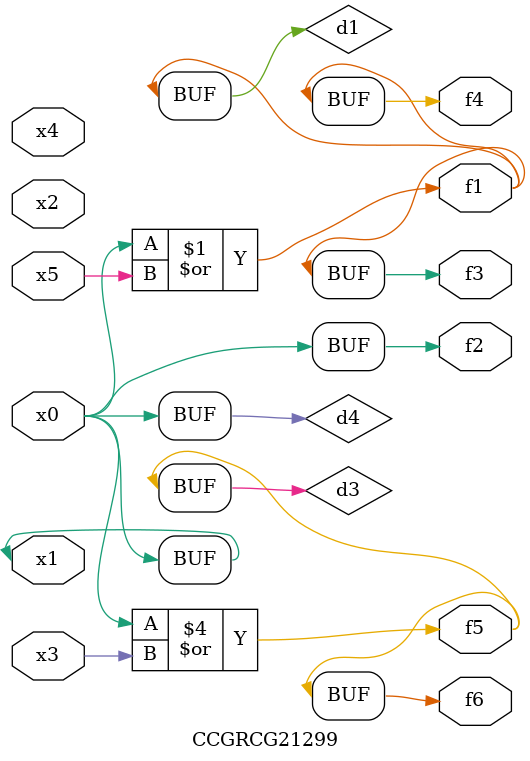
<source format=v>
module CCGRCG21299(
	input x0, x1, x2, x3, x4, x5,
	output f1, f2, f3, f4, f5, f6
);

	wire d1, d2, d3, d4;

	or (d1, x0, x5);
	xnor (d2, x1, x4);
	or (d3, x0, x3);
	buf (d4, x0, x1);
	assign f1 = d1;
	assign f2 = d4;
	assign f3 = d1;
	assign f4 = d1;
	assign f5 = d3;
	assign f6 = d3;
endmodule

</source>
